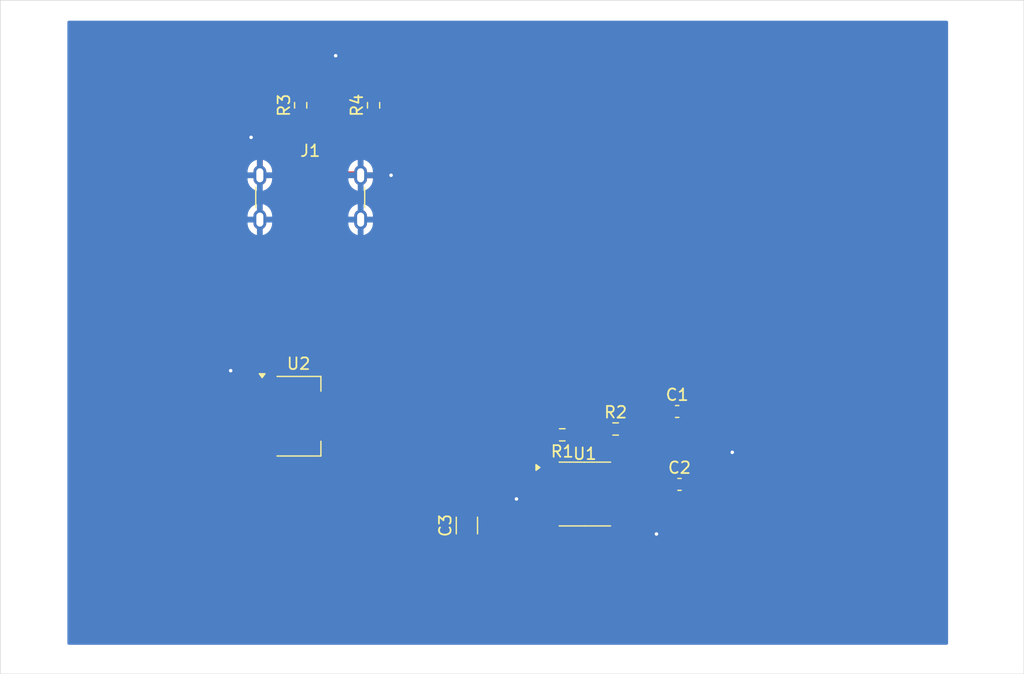
<source format=kicad_pcb>
(kicad_pcb (version 20240108) (generator "pcbnew") (generator_version "8.0")
  (layers (0 "F.Cu" signal) (31 "B.Cu" signal) (34 "B.Paste" user) (35 "F.Paste" user) (36 "B.SilkS" user "B.Silkscreen") (37 "F.SilkS" user "F.Silkscreen") (38 "B.Mask" user) (39 "F.Mask" user) (44 "Edge.Cuts" user))
  (net 0 "")
  (net 1 "GND")
  (net 2 "Net-(U1-VDD)")
  (net 3 "Net-(U1-CIN1+)")
  (net 4 "Net-(U1-CIN1-)")
  (net 5 "/VBUS")
  (net 6 "Net-(J1-CC2)")
  (net 7 "Net-(J1-CC1)")
  (net 8 "Net-(U1-SCL)")
  (net 9 "Net-(U1-SDA)")
  (footprint "Resistor_SMD:R_0603_1608Metric" (layer "F.Cu") (at 132.25 58.75 90)
    (property "Reference" "R4" (at 0 -1.43 90) (layer "F.SilkS"))
    (property "Value" "5.1k")
    (fp_line (start -0.237258 -0.5225) (end 0.237258 -0.5225) (stroke (width 0.12)) (layer "F.SilkS"))
    (fp_line (start -0.237258 0.5225) (end 0.237258 0.5225) (stroke (width 0.12)) (layer "F.SilkS"))
    (pad "1" smd roundrect (at -0.825 0 90) (size 0.8 0.95) (layers "F.Cu" "F.Paste" "F.Mask") (net 6 "Net-(J1-CC2)"))
    (pad "2" smd roundrect (at 0.825 0 90) (size 0.8 0.95) (layers "F.Cu" "F.Paste" "F.Mask") (net 1 "GND"))
  )
  (footprint "Capacitor_SMD:C_0603_1608Metric" (layer "F.Cu") (at 158.475 91.25)
    (property "Reference" "C2" (at 0 -1.43 0) (layer "F.SilkS"))
    (property "Value" "100nF")
    (fp_line (start -0.14058 -0.51) (end 0.14058 -0.51) (stroke (width 0.12)) (layer "F.SilkS"))
    (fp_line (start -0.14058 0.51) (end 0.14058 0.51) (stroke (width 0.12)) (layer "F.SilkS"))
    (pad "1" smd roundrect (at -0.775 0) (size 0.9 0.95) (layers "F.Cu" "F.Paste" "F.Mask") (net 2 "Net-(U1-VDD)"))
    (pad "2" smd roundrect (at 0.775 0) (size 0.9 0.95) (layers "F.Cu" "F.Paste" "F.Mask") (net 1 "GND"))
  )
  (footprint "Package_TO_SOT_SMD:SOT-223-3_TabPin2" (layer "F.Cu") (at 125.825 85.405)
    (property "Reference" "U2" (at 0 -4.5 360) (layer "F.SilkS"))
    (property "Value" "AMS1117-3.3")
    (fp_line (start -1.85 -3.41) (end 1.91 -3.41) (stroke (width 0.12)) (layer "F.SilkS"))
    (fp_line (start -1.85 3.41) (end 1.91 3.41) (stroke (width 0.12)) (layer "F.SilkS"))
    (fp_line (start 1.91 -3.41) (end 1.91 -2.15) (stroke (width 0.12)) (layer "F.SilkS"))
    (fp_line (start 1.91 3.41) (end 1.91 2.15) (stroke (width 0.12)) (layer "F.SilkS"))
    (fp_poly (pts (xy -3.13 -3.31) (xy -3.37 -3.64) (xy -2.89 -3.64) (xy -3.13 -3.31)) (stroke (width 0.12)) (fill solid) (layer "F.SilkS"))
    (pad "1" smd roundrect (at -3.15 -2.3) (size 2 1.5) (layers "F.Cu" "F.Paste" "F.Mask") (net 1 "GND"))
    (pad "2" smd roundrect (at -3.15 0) (size 2 1.5) (layers "F.Cu" "F.Paste" "F.Mask") (net 2 "Net-(U1-VDD)"))
    (pad "2" smd roundrect (at 3.15 0) (size 2 3.8) (layers "F.Cu" "F.Paste" "F.Mask") (net 2 "Net-(U1-VDD)"))
    (pad "3" smd roundrect (at -3.15 2.3) (size 2 1.5) (layers "F.Cu" "F.Paste" "F.Mask") (net 5 "/VBUS"))
  )
  (footprint "Resistor_SMD:R_0603_1608Metric" (layer "F.Cu") (at 126 58.75 90)
    (property "Reference" "R3" (at 0 -1.43 90) (layer "F.SilkS"))
    (property "Value" "5.1k")
    (fp_line (start -0.237258 -0.5225) (end 0.237258 -0.5225) (stroke (width 0.12)) (layer "F.SilkS"))
    (fp_line (start -0.237258 0.5225) (end 0.237258 0.5225) (stroke (width 0.12)) (layer "F.SilkS"))
    (pad "1" smd roundrect (at -0.825 0 90) (size 0.8 0.95) (layers "F.Cu" "F.Paste" "F.Mask") (net 7 "Net-(J1-CC1)"))
    (pad "2" smd roundrect (at 0.825 0 90) (size 0.8 0.95) (layers "F.Cu" "F.Paste" "F.Mask") (net 1 "GND"))
  )
  (footprint "Resistor_SMD:R_0603_1608Metric" (layer "F.Cu") (at 148.425 87 180)
    (property "Reference" "R1" (at 0 -1.43 360) (layer "F.SilkS"))
    (property "Value" "4.7k")
    (fp_line (start -0.237258 0.5225) (end 0.237258 0.5225) (stroke (width 0.12)) (layer "F.SilkS"))
    (fp_line (start -0.237258 -0.5225) (end 0.237258 -0.5225) (stroke (width 0.12)) (layer "F.SilkS"))
    (pad "1" smd roundrect (at -0.825 0 180) (size 0.8 0.95) (layers "F.Cu" "F.Paste" "F.Mask") (net 2 "Net-(U1-VDD)"))
    (pad "2" smd roundrect (at 0.825 0 180) (size 0.8 0.95) (layers "F.Cu" "F.Paste" "F.Mask") (net 8 "Net-(U1-SCL)"))
  )
  (footprint "Resistor_SMD:R_0603_1608Metric" (layer "F.Cu") (at 153 86.5)
    (property "Reference" "R2" (at 0 -1.43 0) (layer "F.SilkS"))
    (property "Value" "4.7k")
    (fp_line (start -0.237258 -0.5225) (end 0.237258 -0.5225) (stroke (width 0.12)) (layer "F.SilkS"))
    (fp_line (start -0.237258 0.5225) (end 0.237258 0.5225) (stroke (width 0.12)) (layer "F.SilkS"))
    (pad "1" smd roundrect (at -0.825 0) (size 0.8 0.95) (layers "F.Cu" "F.Paste" "F.Mask") (net 2 "Net-(U1-VDD)"))
    (pad "2" smd roundrect (at 0.825 0) (size 0.8 0.95) (layers "F.Cu" "F.Paste" "F.Mask") (net 9 "Net-(U1-SDA)"))
  )
  (footprint "Package_SO:TSSOP-16_4.4x5mm_P0.65mm" (layer "F.Cu") (at 150.3625 92.075)
    (property "Reference" "U1" (at 0 -3.45 0) (layer "F.SilkS"))
    (property "Value" "AD7745")
    (fp_line (start 0 -2.735) (end -2.2 -2.735) (stroke (width 0.12)) (layer "F.SilkS"))
    (fp_line (start 0 -2.735) (end 2.2 -2.735) (stroke (width 0.12)) (layer "F.SilkS"))
    (fp_line (start 0 2.735) (end -2.2 2.735) (stroke (width 0.12)) (layer "F.SilkS"))
    (fp_line (start 0 2.735) (end 2.2 2.735) (stroke (width 0.12)) (layer "F.SilkS"))
    (fp_poly (pts (xy -3.86 -2.275) (xy -4.19 -2.515) (xy -4.19 -2.035) (xy -3.86 -2.275)) (stroke (width 0.12)) (fill solid) (layer "F.SilkS"))
    (pad "1" smd roundrect (at -2.8625 -2.275) (size 1.475 0.4) (layers "F.Cu" "F.Paste" "F.Mask") (net 8 "Net-(U1-SCL)"))
    (pad "2" smd roundrect (at -2.8625 -1.625) (size 1.475 0.4) (layers "F.Cu" "F.Paste" "F.Mask"))
    (pad "3" smd roundrect (at -2.8625 -0.975) (size 1.475 0.4) (layers "F.Cu" "F.Paste" "F.Mask"))
    (pad "4" smd roundrect (at -2.8625 -0.325) (size 1.475 0.4) (layers "F.Cu" "F.Paste" "F.Mask"))
    (pad "5" smd roundrect (at -2.8625 0.325) (size 1.475 0.4) (layers "F.Cu" "F.Paste" "F.Mask") (net 1 "GND"))
    (pad "6" smd roundrect (at -2.8625 0.975) (size 1.475 0.4) (layers "F.Cu" "F.Paste" "F.Mask") (net 1 "GND"))
    (pad "7" smd roundrect (at -2.8625 1.625) (size 1.475 0.4) (layers "F.Cu" "F.Paste" "F.Mask") (net 4 "Net-(U1-CIN1-)"))
    (pad "8" smd roundrect (at -2.8625 2.275) (size 1.475 0.4) (layers "F.Cu" "F.Paste" "F.Mask") (net 3 "Net-(U1-CIN1+)"))
    (pad "9" smd roundrect (at 2.8625 2.275) (size 1.475 0.4) (layers "F.Cu" "F.Paste" "F.Mask"))
    (pad "10" smd roundrect (at 2.8625 1.625) (size 1.475 0.4) (layers "F.Cu" "F.Paste" "F.Mask"))
    (pad "11" smd roundrect (at 2.8625 0.975) (size 1.475 0.4) (layers "F.Cu" "F.Paste" "F.Mask") (net 1 "GND"))
    (pad "12" smd roundrect (at 2.8625 0.325) (size 1.475 0.4) (layers "F.Cu" "F.Paste" "F.Mask") (net 1 "GND"))
    (pad "13" smd roundrect (at 2.8625 -0.325) (size 1.475 0.4) (layers "F.Cu" "F.Paste" "F.Mask") (net 1 "GND"))
    (pad "14" smd roundrect (at 2.8625 -0.975) (size 1.475 0.4) (layers "F.Cu" "F.Paste" "F.Mask") (net 2 "Net-(U1-VDD)"))
    (pad "15" smd roundrect (at 2.8625 -1.625) (size 1.475 0.4) (layers "F.Cu" "F.Paste" "F.Mask"))
    (pad "16" smd roundrect (at 2.8625 -2.275) (size 1.475 0.4) (layers "F.Cu" "F.Paste" "F.Mask") (net 9 "Net-(U1-SDA)"))
  )
  (footprint "Capacitor_SMD:C_1206_3216Metric" (layer "F.Cu") (at 140.25 94.775 90)
    (property "Reference" "C3" (at 0 -1.85 90) (layer "F.SilkS"))
    (property "Value" "1pF")
    (fp_line (start -0.711252 -0.91) (end 0.711252 -0.91) (stroke (width 0.12)) (layer "F.SilkS"))
    (fp_line (start -0.711252 0.91) (end 0.711252 0.91) (stroke (width 0.12)) (layer "F.SilkS"))
    (pad "1" smd roundrect (at -1.475 0 90) (size 1.15 1.8) (layers "F.Cu" "F.Paste" "F.Mask") (roundrect_rratio 0.217391) (net 3 "Net-(U1-CIN1+)"))
    (pad "2" smd roundrect (at 1.475 0 90) (size 1.15 1.8) (layers "F.Cu" "F.Paste" "F.Mask") (roundrect_rratio 0.217391) (net 4 "Net-(U1-CIN1-)"))
  )
  (footprint "Capacitor_SMD:C_0603_1608Metric" (layer "F.Cu") (at 158.275 85)
    (property "Reference" "C1" (at 0 -1.43 0) (layer "F.SilkS"))
    (property "Value" "10uF")
    (fp_line (start -0.14058 -0.51) (end 0.14058 -0.51) (stroke (width 0.12)) (layer "F.SilkS"))
    (fp_line (start -0.14058 0.51) (end 0.14058 0.51) (stroke (width 0.12)) (layer "F.SilkS"))
    (pad "1" smd roundrect (at -0.775 0) (size 0.9 0.95) (layers "F.Cu" "F.Paste" "F.Mask") (net 2 "Net-(U1-VDD)"))
    (pad "2" smd roundrect (at 0.775 0) (size 0.9 0.95) (layers "F.Cu" "F.Paste" "F.Mask") (net 1 "GND"))
  )
  (footprint "Connector_USB:USB_C_Receptacle_GCT_USB4125-xx-x-0190_6P_TopMnt_Horizontal" (layer "F.Cu") (at 126.82 67.75)
    (property "Reference" "J1" (at 0 -5.1 0) (layer "F.SilkS"))
    (property "Value" "USB_C_Receptacle_PowerOnly_6P")
    (fp_line (start -4.67 -0.25) (end -4.67 -1.95) (stroke (width 0.12)) (layer "F.SilkS"))
    (fp_line (start 4.67 -0.25) (end 4.67 -1.95) (stroke (width 0.12)) (layer "F.SilkS"))
    (pad "A5" smd roundrect (at -0.5 -3.08) (size 0.7 1.2) (layers "F.Cu" "F.Paste" "F.Mask") (net 7 "Net-(J1-CC1)"))
    (pad "A9" smd roundrect (at 1.52 -3.08 180) (size 0.76 1.2) (layers "F.Cu" "F.Paste" "F.Mask") (net 5 "/VBUS"))
    (pad "A12" smd roundrect (at 2.75 -3.08 180) (size 0.8 1.2) (layers "F.Cu" "F.Paste" "F.Mask") (net 1 "GND"))
    (pad "B5" smd roundrect (at 0.5 -3.08 180) (size 0.7 1.2) (layers "F.Cu" "F.Paste" "F.Mask") (net 6 "Net-(J1-CC2)"))
    (pad "B9" smd roundrect (at -1.52 -3.08) (size 0.76 1.2) (layers "F.Cu" "F.Paste" "F.Mask") (net 5 "/VBUS"))
    (pad "B12" smd roundrect (at -2.75 -3.08) (size 0.8 1.2) (layers "F.Cu" "F.Paste" "F.Mask") (net 1 "GND"))
    (pad "S1" thru_hole oval (at -4.32 -3) (size 1.1 1.7) (drill oval 0.6 1.2) (layers "*.Cu" "*.Mask" "F.Paste") (net 1 "GND"))
    (pad "S1" thru_hole oval (at -4.32 0.8) (size 1.1 1.7) (drill oval 0.6 1.2) (layers "*.Cu" "*.Mask" "F.Paste") (net 1 "GND"))
    (pad "S1" thru_hole oval (at 4.32 -3) (size 1.1 1.7) (drill oval 0.6 1.2) (layers "*.Cu" "*.Mask" "F.Paste") (net 1 "GND"))
    (pad "S1" thru_hole oval (at 4.32 0.8) (size 1.1 1.7) (drill oval 0.6 1.2) (layers "*.Cu" "*.Mask" "F.Paste") (net 1 "GND"))
  )
  (gr_line (start 100.25 107.5) (end 188 107.5) (stroke (width 0.05)) (layer "Edge.Cuts"))
  (gr_line (start 188 107.5) (end 188 49.75) (stroke (width 0.05)) (layer "Edge.Cuts"))
  (gr_line (start 188 49.75) (end 100.25 49.75) (stroke (width 0.05)) (layer "Edge.Cuts"))
  (gr_line (start 100.25 49.75) (end 100.25 107.5) (stroke (width 0.05)) (layer "Edge.Cuts"))
  (segment (start 145.05 93.05) (end 147.5 93.05) (width 0.2) (layer "F.Cu") (net 1))
  (segment (start 161.5 91.25) (end 159.25 91.25) (width 0.5) (layer "F.Cu") (net 1))
  (segment (start 122.675 83.105) (end 121.855 83.105) (width 0.5) (layer "F.Cu") (net 1))
  (segment (start 153.225 91.75) (end 153.225 93.05) (width 0.5) (layer "F.Cu") (net 1))
  (segment (start 122.5 62.25) (end 122.5 64.75) (width 0.5) (layer "F.Cu") (net 1))
  (segment (start 129.5 55) (end 129 54.5) (width 0.5) (layer "F.Cu") (net 1))
  (segment (start 144.6 92.4) (end 144.5 92.5) (width 0.2) (layer "F.Cu") (net 1))
  (segment (start 160.25 85) (end 163 87.75) (width 0.5) (layer "F.Cu") (net 1))
  (segment (start 121.75 61.5) (end 122.5 62.25) (width 0.5) (layer "F.Cu") (net 1))
  (segment (start 163 88.5) (end 163 89.75) (width 0.5) (layer "F.Cu") (net 1))
  (segment (start 147.5 92.4) (end 144.6 92.4) (width 0.2) (layer "F.Cu") (net 1))
  (segment (start 122.675 83.105) (end 121.605 83.105) (width 0.5) (layer "F.Cu") (net 1))
  (segment (start 163 89.75) (end 161.5 91.25) (width 0.5) (layer "F.Cu") (net 1))
  (segment (start 126 57.925) (end 126 56.25) (width 0.5) (layer "F.Cu") (net 1))
  (segment (start 124.07 63.07) (end 124.07 64.67) (width 0.5) (layer "F.Cu") (net 1))
  (segment (start 153.225 93.05) (end 154.55 93.05) (width 0.5) (layer "F.Cu") (net 1))
  (segment (start 132.25 57.25) (end 132.25 57.925) (width 0.5) (layer "F.Cu") (net 1))
  (segment (start 154.55 93.05) (end 155 93.5) (width 0.5) (layer "F.Cu") (net 1))
  (segment (start 131.14 64.75) (end 133.75 64.75) (width 0.5) (layer "F.Cu") (net 1))
  (segment (start 144.5 92.5) (end 145.05 93.05) (width 0.2) (layer "F.Cu") (net 1))
  (segment (start 155 93.5) (end 155 94) (width 0.5) (layer "F.Cu") (net 1))
  (segment (start 121.605 83.105) (end 120 81.5) (width 0.5) (layer "F.Cu") (net 1))
  (segment (start 130 55) (end 132.25 57.25) (width 0.5) (layer "F.Cu") (net 1))
  (segment (start 131.06 64.67) (end 131.14 64.75) (width 0.2) (layer "F.Cu") (net 1))
  (segment (start 129.57 64.67) (end 131.06 64.67) (width 0.5) (layer "F.Cu") (net 1))
  (segment (start 159.05 85) (end 160.25 85) (width 0.5) (layer "F.Cu") (net 1))
  (segment (start 130 55) (end 129.5 55) (width 0.5) (layer "F.Cu") (net 1))
  (segment (start 163 87.75) (end 163 88.5) (width 0.5) (layer "F.Cu") (net 1))
  (segment (start 126 56.25) (end 127.25 55) (width 0.5) (layer "F.Cu") (net 1))
  (segment (start 122.5 61.5) (end 121.75 61.5) (width 0.5) (layer "F.Cu") (net 1))
  (segment (start 155 94) (end 156.5 95.5) (width 0.5) (layer "F.Cu") (net 1))
  (segment (start 127.25 55) (end 130 55) (width 0.5) (layer "F.Cu") (net 1))
  (segment (start 124.07 63.07) (end 122.5 61.5) (width 0.5) (layer "F.Cu") (net 1))
  (via (at 163 88.5) (size 0.6) (drill 0.3) (layers "F.Cu" "B.Cu") (net 1))
  (via (at 133.75 64.75) (size 0.6) (drill 0.3) (layers "F.Cu" "B.Cu") (net 1))
  (via (at 156.5 95.5) (size 0.6) (drill 0.3) (layers "F.Cu" "B.Cu") (net 1))
  (via (at 144.5 92.5) (size 0.6) (drill 0.3) (layers "F.Cu" "B.Cu") (net 1))
  (via (at 120 81.5) (size 0.6) (drill 0.3) (layers "F.Cu" "B.Cu") (net 1))
  (via (at 129 54.5) (size 0.6) (drill 0.3) (layers "F.Cu" "B.Cu") (net 1))
  (via (at 121.75 61.5) (size 0.6) (drill 0.3) (layers "F.Cu" "B.Cu") (net 1))
  (segment (start 147.5 95.5) (end 144.5 92.5) (width 0.5) (layer "B.Cu") (net 1))
  (segment (start 162 95.5) (end 157.5 95.5) (width 0.5) (layer "B.Cu") (net 1))
  (segment (start 141.5 53) (end 145 53) (width 0.5) (layer "B.Cu") (net 1))
  (segment (start 112.5 68.25) (end 119.25 61.5) (width 0.5) (layer "B.Cu") (net 1))
  (segment (start 112.5 73.5) (end 112.5 68.25) (width 0.5) (layer "B.Cu") (net 1))
  (segment (start 165.25 86.25) (end 165 86.5) (width 0.5) (layer "B.Cu") (net 1))
  (segment (start 152.25 60.25) (end 167 75) (width 0.5) (layer "B.Cu") (net 1))
  (segment (start 167 75) (end 167 84.5) (width 0.5) (layer "B.Cu") (net 1))
  (segment (start 141.5 57) (end 149 57) (width 0.5) (layer "B.Cu") (net 1))
  (segment (start 121.75 58) (end 121.75 61.5) (width 0.5) (layer "B.Cu") (net 1))
  (segment (start 157.5 95.5) (end 147.5 95.5) (width 0.5) (layer "B.Cu") (net 1))
  (segment (start 127.5 53) (end 141.5 53) (width 0.5) (layer "B.Cu") (net 1))
  (segment (start 120 81) (end 120 81.5) (width 0.5) (layer "B.Cu") (net 1))
  (segment (start 167 84.5) (end 165.25 86.25) (width 0.5) (layer "B.Cu") (net 1))
  (segment (start 165 86.5) (end 165 92.5) (width 0.5) (layer "B.Cu") (net 1))
  (segment (start 126.5 53) (end 127.5 53) (width 0.5) (layer "B.Cu") (net 1))
  (segment (start 112.5 73.75) (end 112.5 73.5) (width 0.5) (layer "B.Cu") (net 1))
  (segment (start 112.5 73.5) (end 120 81) (width 0.5) (layer "B.Cu") (net 1))
  (segment (start 145 53) (end 152.25 60.25) (width 0.5) (layer "B.Cu") (net 1))
  (segment (start 124.75 55) (end 124.75 54.75) (width 0.5) (layer "B.Cu") (net 1))
  (segment (start 157.5 95.5) (end 156.25 95.5) (width 0.5) (layer "B.Cu") (net 1))
  (segment (start 121.75 58) (end 124.75 55) (width 0.5) (layer "B.Cu") (net 1))
  (segment (start 165.25 86.25) (end 163 88.5) (width 0.5) (layer "B.Cu") (net 1))
  (segment (start 119.25 61.5) (end 121.75 61.5) (width 0.5) (layer "B.Cu") (net 1))
  (segment (start 127.5 53) (end 129 54.5) (width 0.5) (layer "B.Cu") (net 1))
  (segment (start 124.75 54.75) (end 126.5 53) (width 0.5) (layer "B.Cu") (net 1))
  (segment (start 165 92.5) (end 162 95.5) (width 0.5) (layer "B.Cu") (net 1))
  (segment (start 141.5 57) (end 133.75 64.75) (width 0.5) (layer "B.Cu") (net 1))
  (segment (start 149 57) (end 152.25 60.25) (width 0.5) (layer "B.Cu") (net 1))
  (segment (start 164.5 81.25) (end 152.5 81.25) (width 0.4) (layer "F.Cu") (net 2))
  (segment (start 131.88 82.5) (end 151.25 82.5) (width 0.4) (layer "F.Cu") (net 2))
  (segment (start 151.75 86.5) (end 152.175 86.5) (width 0.2) (layer "F.Cu") (net 2))
  (segment (start 168.5 85.25) (end 164.5 81.25) (width 0.4) (layer "F.Cu") (net 2))
  (segment (start 122.675 85.405) (end 128.975 85.405) (width 0.5) (layer "F.Cu") (net 2))
  (segment (start 154.5 83.5) (end 156 85) (width 0.4) (layer "F.Cu") (net 2))
  (segment (start 128.975 85.405) (end 131.88 82.5) (width 0.4) (layer "F.Cu") (net 2))
  (segment (start 155.25 91.25) (end 157.7 91.25) (width 0.4) (layer "F.Cu") (net 2))
  (segment (start 168.5 94.25) (end 168.5 85.25) (width 0.4) (layer "F.Cu") (net 2))
  (segment (start 165.75 97) (end 168.5 94.25) (width 0.4) (layer "F.Cu") (net 2))
  (segment (start 159 95) (end 159 96) (width 0.4) (layer "F.Cu") (net 2))
  (segment (start 155.1 91.1) (end 155.25 91.25) (width 0.4) (layer "F.Cu") (net 2))
  (segment (start 152.5 81.25) (end 151.25 82.5) (width 0.4) (layer "F.Cu") (net 2))
  (segment (start 155.1 91.1) (end 156.5 92.5) (width 0.4) (layer "F.Cu") (net 2))
  (segment (start 153.225 91.1) (end 155.1 91.1) (width 0.4) (layer "F.Cu") (net 2))
  (segment (start 150.75 85.5) (end 151.75 86.5) (width 0.4) (layer "F.Cu") (net 2))
  (segment (start 159 96) (end 158 97) (width 0.4) (layer "F.Cu") (net 2))
  (segment (start 156 85) (end 157.5 85) (width 0.4) (layer "F.Cu") (net 2))
  (segment (start 152.25 83.5) (end 150.75 85) (width 0.4) (layer "F.Cu") (net 2))
  (segment (start 156.5 92.5) (end 159 95) (width 0.4) (layer "F.Cu") (net 2))
  (segment (start 152.25 83.5) (end 154.5 83.5) (width 0.4) (layer "F.Cu") (net 2))
  (segment (start 158 97) (end 165.75 97) (width 0.4) (layer "F.Cu") (net 2))
  (segment (start 150.75 85) (end 150.75 85.5) (width 0.4) (layer "F.Cu") (net 2))
  (segment (start 151.25 82.5) (end 152.25 83.5) (width 0.4) (layer "F.Cu") (net 2))
  (segment (start 150.75 85.5) (end 149.25 87) (width 0.4) (layer "F.Cu") (net 2))
  (segment (start 142.75 96.25) (end 140.25 96.25) (width 0.4) (layer "F.Cu") (net 3))
  (segment (start 143.5 96.5) (end 143 96.5) (width 0.4) (layer "F.Cu") (net 3))
  (segment (start 143.75 96.75) (end 143.5 96.5) (width 0.4) (layer "F.Cu") (net 3))
  (segment (start 143 96.5) (end 142.75 96.25) (width 0.4) (layer "F.Cu") (net 3))
  (segment (start 145.1 96.75) (end 143.75 96.75) (width 0.4) (layer "F.Cu") (net 3))
  (segment (start 147.5 94.35) (end 145.1 96.75) (width 0.4) (layer "F.Cu") (net 3))
  (segment (start 140.65 93.7) (end 140.25 93.3) (width 0.2) (layer "F.Cu") (net 4))
  (segment (start 142.75 93.7) (end 140.65 93.7) (width 0.4) (layer "F.Cu") (net 4))
  (segment (start 147.5 93.7) (end 142.75 93.7) (width 0.4) (layer "F.Cu") (net 4))
  (segment (start 119.75 88.5) (end 115 83.75) (width 0.4) (layer "F.Cu") (net 5))
  (segment (start 115.5 58) (end 121.25 58) (width 0.4) (layer "F.Cu") (net 5))
  (segment (start 115 58.5) (end 115.5 58) (width 0.4) (layer "F.Cu") (net 5))
  (segment (start 115 81.5) (end 115 58.5) (width 0.4) (layer "F.Cu") (net 5))
  (segment (start 121.25 58) (end 125.25 62) (width 0.4) (layer "F.Cu") (net 5))
  (segment (start 128.34 64.67) (end 128.34 64.07) (width 0.2) (layer "F.Cu") (net 5))
  (segment (start 128.34 64.07) (end 131.41 61) (width 0.4) (layer "F.Cu") (net 5))
  (segment (start 131.41 61) (end 135.5 61) (width 0.4) (layer "F.Cu") (net 5))
  (segment (start 125.3 62.05) (end 125.25 62) (width 0.2) (layer "F.Cu") (net 5))
  (segment (start 135.5 61) (end 141 66.5) (width 0.4) (layer "F.Cu") (net 5))
  (segment (start 141 71.5) (end 135.5 77) (width 0.4) (layer "F.Cu") (net 5))
  (segment (start 135.5 77) (end 119.5 77) (width 0.4) (layer "F.Cu") (net 5))
  (segment (start 122.675 87.705) (end 121.88 88.5) (width 0.4) (layer "F.Cu") (net 5))
  (segment (start 119.5 77) (end 115 81.5) (width 0.4) (layer "F.Cu") (net 5))
  (segment (start 125.3 64.67) (end 125.3 62.05) (width 0.4) (layer "F.Cu") (net 5))
  (segment (start 121.88 88.5) (end 119.75 88.5) (width 0.4) (layer "F.Cu") (net 5))
  (segment (start 141 66.5) (end 141 71.5) (width 0.4) (layer "F.Cu") (net 5))
  (segment (start 115 83.75) (end 115 81.5) (width 0.4) (layer "F.Cu") (net 5))
  (segment (start 127.32 64.07) (end 131.815 59.575) (width 0.2) (layer "F.Cu") (net 6))
  (segment (start 127.32 64.67) (end 127.32 64.07) (width 0.2) (layer "F.Cu") (net 6))
  (segment (start 131.815 59.575) (end 132.25 59.575) (width 0.2) (layer "F.Cu") (net 6))
  (segment (start 126.32 64.67) (end 126.32 59.895) (width 0.2) (layer "F.Cu") (net 7))
  (segment (start 126.32 59.895) (end 126 59.575) (width 0.2) (layer "F.Cu") (net 7))
  (segment (start 147.5 89.8) (end 147.5 87.1) (width 0.2) (layer "F.Cu") (net 8))
  (segment (start 147.5 87.1) (end 147.6 87) (width 0.2) (layer "F.Cu") (net 8))
  (segment (start 153.825 89.2) (end 153.825 86.5) (width 0.2) (layer "F.Cu") (net 9))
  (segment (start 153.225 89.8) (end 153.825 89.2) (width 0.2) (layer "F.Cu") (net 9))
  (zone (net 1) (net_name "GND") (layer "B.Cu") (connect_pads (clearance 0.5)) (min_thickness 0.25) (fill yes (thermal_gap 0.5) (thermal_bridge_width 0.5))
    (polygon (pts (xy 106 51.5) (xy 181.5 51.5) (xy 181.5 105) (xy 106 105)))
  )
)
</source>
